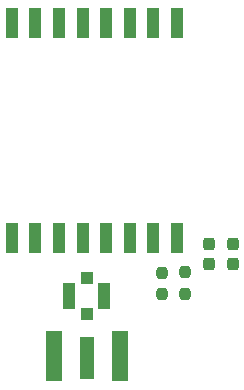
<source format=gtp>
G04 #@! TF.GenerationSoftware,KiCad,Pcbnew,6.0.7+dfsg-1build1*
G04 #@! TF.CreationDate,2022-12-04T12:15:17+01:00*
G04 #@! TF.ProjectId,rfm69w,72666d36-3977-42e6-9b69-6361645f7063,1*
G04 #@! TF.SameCoordinates,Original*
G04 #@! TF.FileFunction,Paste,Top*
G04 #@! TF.FilePolarity,Positive*
%FSLAX46Y46*%
G04 Gerber Fmt 4.6, Leading zero omitted, Abs format (unit mm)*
G04 Created by KiCad (PCBNEW 6.0.7+dfsg-1build1) date 2022-12-04 12:15:17*
%MOMM*%
%LPD*%
G01*
G04 APERTURE LIST*
G04 Aperture macros list*
%AMRoundRect*
0 Rectangle with rounded corners*
0 $1 Rounding radius*
0 $2 $3 $4 $5 $6 $7 $8 $9 X,Y pos of 4 corners*
0 Add a 4 corners polygon primitive as box body*
4,1,4,$2,$3,$4,$5,$6,$7,$8,$9,$2,$3,0*
0 Add four circle primitives for the rounded corners*
1,1,$1+$1,$2,$3*
1,1,$1+$1,$4,$5*
1,1,$1+$1,$6,$7*
1,1,$1+$1,$8,$9*
0 Add four rect primitives between the rounded corners*
20,1,$1+$1,$2,$3,$4,$5,0*
20,1,$1+$1,$4,$5,$6,$7,0*
20,1,$1+$1,$6,$7,$8,$9,0*
20,1,$1+$1,$8,$9,$2,$3,0*%
G04 Aperture macros list end*
%ADD10RoundRect,0.237500X0.237500X-0.300000X0.237500X0.300000X-0.237500X0.300000X-0.237500X-0.300000X0*%
%ADD11R,1.270000X3.600000*%
%ADD12R,1.350000X4.200000*%
%ADD13R,1.000000X2.500000*%
%ADD14RoundRect,0.237500X0.237500X-0.250000X0.237500X0.250000X-0.237500X0.250000X-0.237500X-0.250000X0*%
%ADD15R,1.000000X1.000000*%
%ADD16R,1.050000X2.200000*%
G04 APERTURE END LIST*
D10*
X112710000Y-67177500D03*
X112710000Y-65452500D03*
D11*
X100365000Y-75150000D03*
D12*
X97540000Y-74950000D03*
X103190000Y-74950000D03*
D13*
X108000000Y-46800000D03*
X106000000Y-46800000D03*
X104000000Y-46800000D03*
X102000000Y-46800000D03*
X100000000Y-46800000D03*
X98000000Y-46800000D03*
X96000000Y-46800000D03*
X94000000Y-46800000D03*
X94000000Y-65000000D03*
X96000000Y-65000000D03*
X98000000Y-65000000D03*
X100000000Y-65000000D03*
X102000000Y-65000000D03*
X104000000Y-65000000D03*
X106000000Y-65000000D03*
X108000000Y-65000000D03*
D14*
X108710000Y-69710000D03*
X108710000Y-67885000D03*
D10*
X110710000Y-67177500D03*
X110710000Y-65452500D03*
D14*
X106710000Y-69727500D03*
X106710000Y-67902500D03*
D15*
X100365000Y-71370000D03*
D16*
X98890000Y-69870000D03*
D15*
X100365000Y-68370000D03*
D16*
X101840000Y-69870000D03*
M02*

</source>
